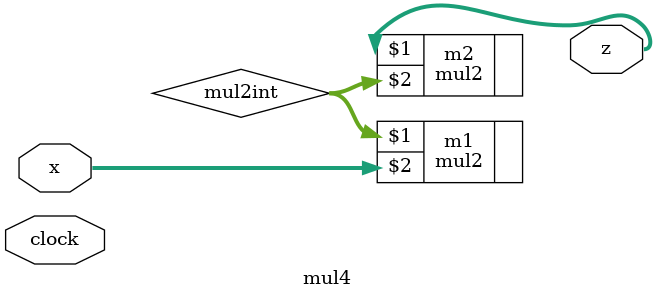
<source format=sv>
module mul4(output [N:0]z, input [N:0]x, input clock);

  parameter N=8;

  wire [N:0] mul2int;
  wire [N:0] outreg;
  reg  [N:0] in;

  mul2 #(N) m1(mul2int,x);
  mul2 #(N) m2(z,mul2int);

  

endmodule // mul4

</source>
